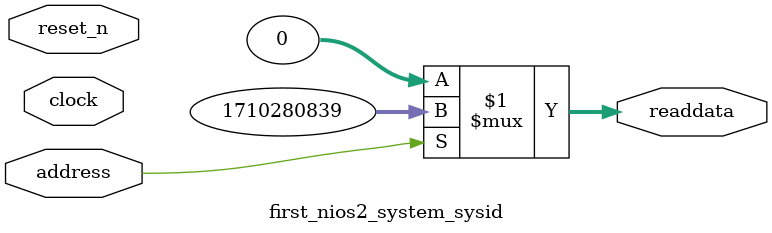
<source format=v>



// synthesis translate_off
`timescale 1ns / 1ps
// synthesis translate_on

// turn off superfluous verilog processor warnings 
// altera message_level Level1 
// altera message_off 10034 10035 10036 10037 10230 10240 10030 

module first_nios2_system_sysid (
               // inputs:
                address,
                clock,
                reset_n,

               // outputs:
                readdata
             )
;

  output  [ 31: 0] readdata;
  input            address;
  input            clock;
  input            reset_n;

  wire    [ 31: 0] readdata;
  //control_slave, which is an e_avalon_slave
  assign readdata = address ? 1710280839 : 0;

endmodule



</source>
